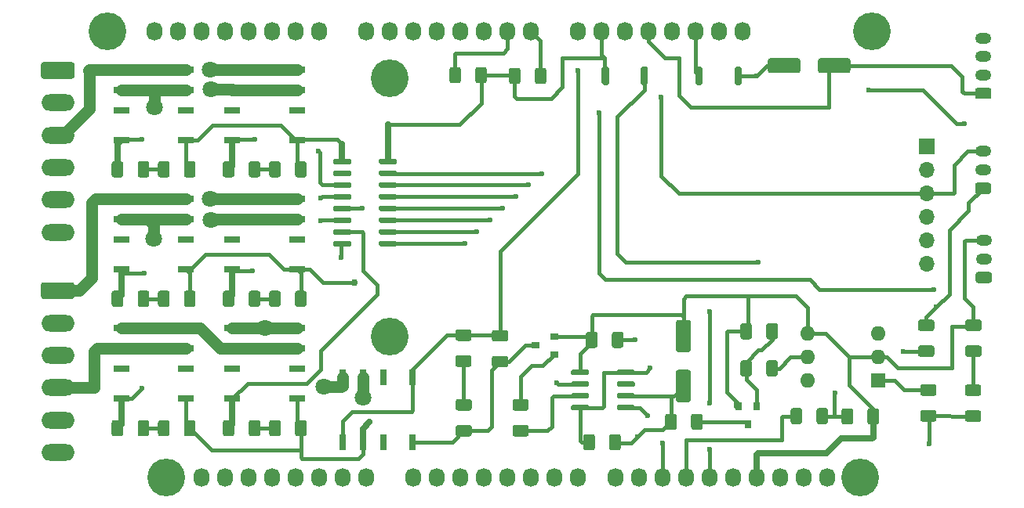
<source format=gbr>
G04 #@! TF.GenerationSoftware,KiCad,Pcbnew,(5.1.9)-1*
G04 #@! TF.CreationDate,2021-03-29T18:58:07+02:00*
G04 #@! TF.ProjectId,Interface_board_1,496e7465-7266-4616-9365-5f626f617264,4.h.0.01*
G04 #@! TF.SameCoordinates,Original*
G04 #@! TF.FileFunction,Copper,L1,Top*
G04 #@! TF.FilePolarity,Positive*
%FSLAX46Y46*%
G04 Gerber Fmt 4.6, Leading zero omitted, Abs format (unit mm)*
G04 Created by KiCad (PCBNEW (5.1.9)-1) date 2021-03-29 18:58:07*
%MOMM*%
%LPD*%
G01*
G04 APERTURE LIST*
G04 #@! TA.AperFunction,ComponentPad*
%ADD10O,3.600000X1.800000*%
G04 #@! TD*
G04 #@! TA.AperFunction,SMDPad,CuDef*
%ADD11R,0.900000X0.800000*%
G04 #@! TD*
G04 #@! TA.AperFunction,SMDPad,CuDef*
%ADD12R,0.800000X0.900000*%
G04 #@! TD*
G04 #@! TA.AperFunction,ComponentPad*
%ADD13O,1.700000X1.700000*%
G04 #@! TD*
G04 #@! TA.AperFunction,ComponentPad*
%ADD14R,1.700000X1.700000*%
G04 #@! TD*
G04 #@! TA.AperFunction,ComponentPad*
%ADD15O,1.600000X1.600000*%
G04 #@! TD*
G04 #@! TA.AperFunction,ComponentPad*
%ADD16R,1.600000X1.600000*%
G04 #@! TD*
G04 #@! TA.AperFunction,SMDPad,CuDef*
%ADD17R,1.800000X0.800000*%
G04 #@! TD*
G04 #@! TA.AperFunction,SMDPad,CuDef*
%ADD18R,0.800000X1.800000*%
G04 #@! TD*
G04 #@! TA.AperFunction,ComponentPad*
%ADD19O,1.750000X1.200000*%
G04 #@! TD*
G04 #@! TA.AperFunction,ComponentPad*
%ADD20O,1.727200X2.032000*%
G04 #@! TD*
G04 #@! TA.AperFunction,ComponentPad*
%ADD21C,4.064000*%
G04 #@! TD*
G04 #@! TA.AperFunction,ViaPad*
%ADD22C,0.600000*%
G04 #@! TD*
G04 #@! TA.AperFunction,ViaPad*
%ADD23C,1.800000*%
G04 #@! TD*
G04 #@! TA.AperFunction,ViaPad*
%ADD24C,0.762000*%
G04 #@! TD*
G04 #@! TA.AperFunction,Conductor*
%ADD25C,0.635000*%
G04 #@! TD*
G04 #@! TA.AperFunction,Conductor*
%ADD26C,0.406400*%
G04 #@! TD*
G04 #@! TA.AperFunction,Conductor*
%ADD27C,0.250000*%
G04 #@! TD*
G04 #@! TA.AperFunction,Conductor*
%ADD28C,1.270000*%
G04 #@! TD*
G04 APERTURE END LIST*
G04 #@! TA.AperFunction,SMDPad,CuDef*
G36*
G01*
X145833940Y-117109540D02*
X147083940Y-117109540D01*
G75*
G02*
X147333940Y-117359540I0J-250000D01*
G01*
X147333940Y-118109540D01*
G75*
G02*
X147083940Y-118359540I-250000J0D01*
G01*
X145833940Y-118359540D01*
G75*
G02*
X145583940Y-118109540I0J250000D01*
G01*
X145583940Y-117359540D01*
G75*
G02*
X145833940Y-117109540I250000J0D01*
G01*
G37*
G04 #@! TD.AperFunction*
G04 #@! TA.AperFunction,SMDPad,CuDef*
G36*
G01*
X145833940Y-114309540D02*
X147083940Y-114309540D01*
G75*
G02*
X147333940Y-114559540I0J-250000D01*
G01*
X147333940Y-115309540D01*
G75*
G02*
X147083940Y-115559540I-250000J0D01*
G01*
X145833940Y-115559540D01*
G75*
G02*
X145583940Y-115309540I0J250000D01*
G01*
X145583940Y-114559540D01*
G75*
G02*
X145833940Y-114309540I250000J0D01*
G01*
G37*
G04 #@! TD.AperFunction*
G04 #@! TA.AperFunction,SMDPad,CuDef*
G36*
G01*
X147109340Y-123100800D02*
X145859340Y-123100800D01*
G75*
G02*
X145609340Y-122850800I0J250000D01*
G01*
X145609340Y-122100800D01*
G75*
G02*
X145859340Y-121850800I250000J0D01*
G01*
X147109340Y-121850800D01*
G75*
G02*
X147359340Y-122100800I0J-250000D01*
G01*
X147359340Y-122850800D01*
G75*
G02*
X147109340Y-123100800I-250000J0D01*
G01*
G37*
G04 #@! TD.AperFunction*
G04 #@! TA.AperFunction,SMDPad,CuDef*
G36*
G01*
X147109340Y-125900800D02*
X145859340Y-125900800D01*
G75*
G02*
X145609340Y-125650800I0J250000D01*
G01*
X145609340Y-124900800D01*
G75*
G02*
X145859340Y-124650800I250000J0D01*
G01*
X147109340Y-124650800D01*
G75*
G02*
X147359340Y-124900800I0J-250000D01*
G01*
X147359340Y-125650800D01*
G75*
G02*
X147109340Y-125900800I-250000J0D01*
G01*
G37*
G04 #@! TD.AperFunction*
D10*
X102649020Y-127619160D03*
X102649020Y-124119160D03*
X102649020Y-120619160D03*
X102649020Y-117119160D03*
X102649020Y-113619160D03*
G04 #@! TA.AperFunction,ComponentPad*
G36*
G01*
X101099020Y-109219160D02*
X104199020Y-109219160D01*
G75*
G02*
X104449020Y-109469160I0J-250000D01*
G01*
X104449020Y-110769160D01*
G75*
G02*
X104199020Y-111019160I-250000J0D01*
G01*
X101099020Y-111019160D01*
G75*
G02*
X100849020Y-110769160I0J250000D01*
G01*
X100849020Y-109469160D01*
G75*
G02*
X101099020Y-109219160I250000J0D01*
G01*
G37*
G04 #@! TD.AperFunction*
X102656640Y-103801580D03*
X102656640Y-100301580D03*
X102656640Y-96801580D03*
X102656640Y-93301580D03*
X102656640Y-89801580D03*
G04 #@! TA.AperFunction,ComponentPad*
G36*
G01*
X101106640Y-85401580D02*
X104206640Y-85401580D01*
G75*
G02*
X104456640Y-85651580I0J-250000D01*
G01*
X104456640Y-86951580D01*
G75*
G02*
X104206640Y-87201580I-250000J0D01*
G01*
X101106640Y-87201580D01*
G75*
G02*
X100856640Y-86951580I0J250000D01*
G01*
X100856640Y-85651580D01*
G75*
G02*
X101106640Y-85401580I250000J0D01*
G01*
G37*
G04 #@! TD.AperFunction*
D11*
X154275280Y-116047520D03*
X156275280Y-115097520D03*
X156275280Y-116997520D03*
D12*
X177154840Y-124583700D03*
X176204840Y-122583700D03*
X178104840Y-122583700D03*
D13*
X196471540Y-107251500D03*
X196471540Y-104711500D03*
X196471540Y-102171500D03*
X196471540Y-99631500D03*
X196471540Y-97091500D03*
D14*
X196471540Y-94551500D03*
G04 #@! TA.AperFunction,SMDPad,CuDef*
G36*
G01*
X134341740Y-104889160D02*
X134341740Y-105189160D01*
G75*
G02*
X134191740Y-105339160I-150000J0D01*
G01*
X132541740Y-105339160D01*
G75*
G02*
X132391740Y-105189160I0J150000D01*
G01*
X132391740Y-104889160D01*
G75*
G02*
X132541740Y-104739160I150000J0D01*
G01*
X134191740Y-104739160D01*
G75*
G02*
X134341740Y-104889160I0J-150000D01*
G01*
G37*
G04 #@! TD.AperFunction*
G04 #@! TA.AperFunction,SMDPad,CuDef*
G36*
G01*
X134341740Y-103619160D02*
X134341740Y-103919160D01*
G75*
G02*
X134191740Y-104069160I-150000J0D01*
G01*
X132541740Y-104069160D01*
G75*
G02*
X132391740Y-103919160I0J150000D01*
G01*
X132391740Y-103619160D01*
G75*
G02*
X132541740Y-103469160I150000J0D01*
G01*
X134191740Y-103469160D01*
G75*
G02*
X134341740Y-103619160I0J-150000D01*
G01*
G37*
G04 #@! TD.AperFunction*
G04 #@! TA.AperFunction,SMDPad,CuDef*
G36*
G01*
X134341740Y-102349160D02*
X134341740Y-102649160D01*
G75*
G02*
X134191740Y-102799160I-150000J0D01*
G01*
X132541740Y-102799160D01*
G75*
G02*
X132391740Y-102649160I0J150000D01*
G01*
X132391740Y-102349160D01*
G75*
G02*
X132541740Y-102199160I150000J0D01*
G01*
X134191740Y-102199160D01*
G75*
G02*
X134341740Y-102349160I0J-150000D01*
G01*
G37*
G04 #@! TD.AperFunction*
G04 #@! TA.AperFunction,SMDPad,CuDef*
G36*
G01*
X134341740Y-101079160D02*
X134341740Y-101379160D01*
G75*
G02*
X134191740Y-101529160I-150000J0D01*
G01*
X132541740Y-101529160D01*
G75*
G02*
X132391740Y-101379160I0J150000D01*
G01*
X132391740Y-101079160D01*
G75*
G02*
X132541740Y-100929160I150000J0D01*
G01*
X134191740Y-100929160D01*
G75*
G02*
X134341740Y-101079160I0J-150000D01*
G01*
G37*
G04 #@! TD.AperFunction*
G04 #@! TA.AperFunction,SMDPad,CuDef*
G36*
G01*
X134341740Y-99809160D02*
X134341740Y-100109160D01*
G75*
G02*
X134191740Y-100259160I-150000J0D01*
G01*
X132541740Y-100259160D01*
G75*
G02*
X132391740Y-100109160I0J150000D01*
G01*
X132391740Y-99809160D01*
G75*
G02*
X132541740Y-99659160I150000J0D01*
G01*
X134191740Y-99659160D01*
G75*
G02*
X134341740Y-99809160I0J-150000D01*
G01*
G37*
G04 #@! TD.AperFunction*
G04 #@! TA.AperFunction,SMDPad,CuDef*
G36*
G01*
X134341740Y-98539160D02*
X134341740Y-98839160D01*
G75*
G02*
X134191740Y-98989160I-150000J0D01*
G01*
X132541740Y-98989160D01*
G75*
G02*
X132391740Y-98839160I0J150000D01*
G01*
X132391740Y-98539160D01*
G75*
G02*
X132541740Y-98389160I150000J0D01*
G01*
X134191740Y-98389160D01*
G75*
G02*
X134341740Y-98539160I0J-150000D01*
G01*
G37*
G04 #@! TD.AperFunction*
G04 #@! TA.AperFunction,SMDPad,CuDef*
G36*
G01*
X134341740Y-97269160D02*
X134341740Y-97569160D01*
G75*
G02*
X134191740Y-97719160I-150000J0D01*
G01*
X132541740Y-97719160D01*
G75*
G02*
X132391740Y-97569160I0J150000D01*
G01*
X132391740Y-97269160D01*
G75*
G02*
X132541740Y-97119160I150000J0D01*
G01*
X134191740Y-97119160D01*
G75*
G02*
X134341740Y-97269160I0J-150000D01*
G01*
G37*
G04 #@! TD.AperFunction*
G04 #@! TA.AperFunction,SMDPad,CuDef*
G36*
G01*
X134341740Y-95999160D02*
X134341740Y-96299160D01*
G75*
G02*
X134191740Y-96449160I-150000J0D01*
G01*
X132541740Y-96449160D01*
G75*
G02*
X132391740Y-96299160I0J150000D01*
G01*
X132391740Y-95999160D01*
G75*
G02*
X132541740Y-95849160I150000J0D01*
G01*
X134191740Y-95849160D01*
G75*
G02*
X134341740Y-95999160I0J-150000D01*
G01*
G37*
G04 #@! TD.AperFunction*
G04 #@! TA.AperFunction,SMDPad,CuDef*
G36*
G01*
X139291740Y-95999160D02*
X139291740Y-96299160D01*
G75*
G02*
X139141740Y-96449160I-150000J0D01*
G01*
X137491740Y-96449160D01*
G75*
G02*
X137341740Y-96299160I0J150000D01*
G01*
X137341740Y-95999160D01*
G75*
G02*
X137491740Y-95849160I150000J0D01*
G01*
X139141740Y-95849160D01*
G75*
G02*
X139291740Y-95999160I0J-150000D01*
G01*
G37*
G04 #@! TD.AperFunction*
G04 #@! TA.AperFunction,SMDPad,CuDef*
G36*
G01*
X139291740Y-97269160D02*
X139291740Y-97569160D01*
G75*
G02*
X139141740Y-97719160I-150000J0D01*
G01*
X137491740Y-97719160D01*
G75*
G02*
X137341740Y-97569160I0J150000D01*
G01*
X137341740Y-97269160D01*
G75*
G02*
X137491740Y-97119160I150000J0D01*
G01*
X139141740Y-97119160D01*
G75*
G02*
X139291740Y-97269160I0J-150000D01*
G01*
G37*
G04 #@! TD.AperFunction*
G04 #@! TA.AperFunction,SMDPad,CuDef*
G36*
G01*
X139291740Y-98539160D02*
X139291740Y-98839160D01*
G75*
G02*
X139141740Y-98989160I-150000J0D01*
G01*
X137491740Y-98989160D01*
G75*
G02*
X137341740Y-98839160I0J150000D01*
G01*
X137341740Y-98539160D01*
G75*
G02*
X137491740Y-98389160I150000J0D01*
G01*
X139141740Y-98389160D01*
G75*
G02*
X139291740Y-98539160I0J-150000D01*
G01*
G37*
G04 #@! TD.AperFunction*
G04 #@! TA.AperFunction,SMDPad,CuDef*
G36*
G01*
X139291740Y-99809160D02*
X139291740Y-100109160D01*
G75*
G02*
X139141740Y-100259160I-150000J0D01*
G01*
X137491740Y-100259160D01*
G75*
G02*
X137341740Y-100109160I0J150000D01*
G01*
X137341740Y-99809160D01*
G75*
G02*
X137491740Y-99659160I150000J0D01*
G01*
X139141740Y-99659160D01*
G75*
G02*
X139291740Y-99809160I0J-150000D01*
G01*
G37*
G04 #@! TD.AperFunction*
G04 #@! TA.AperFunction,SMDPad,CuDef*
G36*
G01*
X139291740Y-101079160D02*
X139291740Y-101379160D01*
G75*
G02*
X139141740Y-101529160I-150000J0D01*
G01*
X137491740Y-101529160D01*
G75*
G02*
X137341740Y-101379160I0J150000D01*
G01*
X137341740Y-101079160D01*
G75*
G02*
X137491740Y-100929160I150000J0D01*
G01*
X139141740Y-100929160D01*
G75*
G02*
X139291740Y-101079160I0J-150000D01*
G01*
G37*
G04 #@! TD.AperFunction*
G04 #@! TA.AperFunction,SMDPad,CuDef*
G36*
G01*
X139291740Y-102349160D02*
X139291740Y-102649160D01*
G75*
G02*
X139141740Y-102799160I-150000J0D01*
G01*
X137491740Y-102799160D01*
G75*
G02*
X137341740Y-102649160I0J150000D01*
G01*
X137341740Y-102349160D01*
G75*
G02*
X137491740Y-102199160I150000J0D01*
G01*
X139141740Y-102199160D01*
G75*
G02*
X139291740Y-102349160I0J-150000D01*
G01*
G37*
G04 #@! TD.AperFunction*
G04 #@! TA.AperFunction,SMDPad,CuDef*
G36*
G01*
X139291740Y-103619160D02*
X139291740Y-103919160D01*
G75*
G02*
X139141740Y-104069160I-150000J0D01*
G01*
X137491740Y-104069160D01*
G75*
G02*
X137341740Y-103919160I0J150000D01*
G01*
X137341740Y-103619160D01*
G75*
G02*
X137491740Y-103469160I150000J0D01*
G01*
X139141740Y-103469160D01*
G75*
G02*
X139291740Y-103619160I0J-150000D01*
G01*
G37*
G04 #@! TD.AperFunction*
G04 #@! TA.AperFunction,SMDPad,CuDef*
G36*
G01*
X139291740Y-104889160D02*
X139291740Y-105189160D01*
G75*
G02*
X139141740Y-105339160I-150000J0D01*
G01*
X137491740Y-105339160D01*
G75*
G02*
X137341740Y-105189160I0J150000D01*
G01*
X137341740Y-104889160D01*
G75*
G02*
X137491740Y-104739160I150000J0D01*
G01*
X139141740Y-104739160D01*
G75*
G02*
X139291740Y-104889160I0J-150000D01*
G01*
G37*
G04 #@! TD.AperFunction*
G04 #@! TA.AperFunction,SMDPad,CuDef*
G36*
G01*
X163036380Y-119110900D02*
X163036380Y-118810900D01*
G75*
G02*
X163186380Y-118660900I150000J0D01*
G01*
X164836380Y-118660900D01*
G75*
G02*
X164986380Y-118810900I0J-150000D01*
G01*
X164986380Y-119110900D01*
G75*
G02*
X164836380Y-119260900I-150000J0D01*
G01*
X163186380Y-119260900D01*
G75*
G02*
X163036380Y-119110900I0J150000D01*
G01*
G37*
G04 #@! TD.AperFunction*
G04 #@! TA.AperFunction,SMDPad,CuDef*
G36*
G01*
X163036380Y-120380900D02*
X163036380Y-120080900D01*
G75*
G02*
X163186380Y-119930900I150000J0D01*
G01*
X164836380Y-119930900D01*
G75*
G02*
X164986380Y-120080900I0J-150000D01*
G01*
X164986380Y-120380900D01*
G75*
G02*
X164836380Y-120530900I-150000J0D01*
G01*
X163186380Y-120530900D01*
G75*
G02*
X163036380Y-120380900I0J150000D01*
G01*
G37*
G04 #@! TD.AperFunction*
G04 #@! TA.AperFunction,SMDPad,CuDef*
G36*
G01*
X163036380Y-121650900D02*
X163036380Y-121350900D01*
G75*
G02*
X163186380Y-121200900I150000J0D01*
G01*
X164836380Y-121200900D01*
G75*
G02*
X164986380Y-121350900I0J-150000D01*
G01*
X164986380Y-121650900D01*
G75*
G02*
X164836380Y-121800900I-150000J0D01*
G01*
X163186380Y-121800900D01*
G75*
G02*
X163036380Y-121650900I0J150000D01*
G01*
G37*
G04 #@! TD.AperFunction*
G04 #@! TA.AperFunction,SMDPad,CuDef*
G36*
G01*
X163036380Y-122920900D02*
X163036380Y-122620900D01*
G75*
G02*
X163186380Y-122470900I150000J0D01*
G01*
X164836380Y-122470900D01*
G75*
G02*
X164986380Y-122620900I0J-150000D01*
G01*
X164986380Y-122920900D01*
G75*
G02*
X164836380Y-123070900I-150000J0D01*
G01*
X163186380Y-123070900D01*
G75*
G02*
X163036380Y-122920900I0J150000D01*
G01*
G37*
G04 #@! TD.AperFunction*
G04 #@! TA.AperFunction,SMDPad,CuDef*
G36*
G01*
X158086380Y-122920900D02*
X158086380Y-122620900D01*
G75*
G02*
X158236380Y-122470900I150000J0D01*
G01*
X159886380Y-122470900D01*
G75*
G02*
X160036380Y-122620900I0J-150000D01*
G01*
X160036380Y-122920900D01*
G75*
G02*
X159886380Y-123070900I-150000J0D01*
G01*
X158236380Y-123070900D01*
G75*
G02*
X158086380Y-122920900I0J150000D01*
G01*
G37*
G04 #@! TD.AperFunction*
G04 #@! TA.AperFunction,SMDPad,CuDef*
G36*
G01*
X158086380Y-121650900D02*
X158086380Y-121350900D01*
G75*
G02*
X158236380Y-121200900I150000J0D01*
G01*
X159886380Y-121200900D01*
G75*
G02*
X160036380Y-121350900I0J-150000D01*
G01*
X160036380Y-121650900D01*
G75*
G02*
X159886380Y-121800900I-150000J0D01*
G01*
X158236380Y-121800900D01*
G75*
G02*
X158086380Y-121650900I0J150000D01*
G01*
G37*
G04 #@! TD.AperFunction*
G04 #@! TA.AperFunction,SMDPad,CuDef*
G36*
G01*
X158086380Y-120380900D02*
X158086380Y-120080900D01*
G75*
G02*
X158236380Y-119930900I150000J0D01*
G01*
X159886380Y-119930900D01*
G75*
G02*
X160036380Y-120080900I0J-150000D01*
G01*
X160036380Y-120380900D01*
G75*
G02*
X159886380Y-120530900I-150000J0D01*
G01*
X158236380Y-120530900D01*
G75*
G02*
X158086380Y-120380900I0J150000D01*
G01*
G37*
G04 #@! TD.AperFunction*
G04 #@! TA.AperFunction,SMDPad,CuDef*
G36*
G01*
X158086380Y-119110900D02*
X158086380Y-118810900D01*
G75*
G02*
X158236380Y-118660900I150000J0D01*
G01*
X159886380Y-118660900D01*
G75*
G02*
X160036380Y-118810900I0J-150000D01*
G01*
X160036380Y-119110900D01*
G75*
G02*
X159886380Y-119260900I-150000J0D01*
G01*
X158236380Y-119260900D01*
G75*
G02*
X158086380Y-119110900I0J150000D01*
G01*
G37*
G04 #@! TD.AperFunction*
D15*
X183583580Y-119837200D03*
X191203580Y-114757200D03*
X183583580Y-117297200D03*
X191203580Y-117297200D03*
X183583580Y-114757200D03*
D16*
X191203580Y-119837200D03*
G04 #@! TA.AperFunction,SMDPad,CuDef*
G36*
G01*
X166380000Y-86080000D02*
X166380000Y-87680000D01*
G75*
G02*
X166180000Y-87880000I-200000J0D01*
G01*
X165780000Y-87880000D01*
G75*
G02*
X165580000Y-87680000I0J200000D01*
G01*
X165580000Y-86080000D01*
G75*
G02*
X165780000Y-85880000I200000J0D01*
G01*
X166180000Y-85880000D01*
G75*
G02*
X166380000Y-86080000I0J-200000D01*
G01*
G37*
G04 #@! TD.AperFunction*
G04 #@! TA.AperFunction,SMDPad,CuDef*
G36*
G01*
X162180000Y-86080000D02*
X162180000Y-87680000D01*
G75*
G02*
X161980000Y-87880000I-200000J0D01*
G01*
X161580000Y-87880000D01*
G75*
G02*
X161380000Y-87680000I0J200000D01*
G01*
X161380000Y-86080000D01*
G75*
G02*
X161580000Y-85880000I200000J0D01*
G01*
X161980000Y-85880000D01*
G75*
G02*
X162180000Y-86080000I0J-200000D01*
G01*
G37*
G04 #@! TD.AperFunction*
G04 #@! TA.AperFunction,SMDPad,CuDef*
G36*
G01*
X202115000Y-121515000D02*
X200865000Y-121515000D01*
G75*
G02*
X200615000Y-121265000I0J250000D01*
G01*
X200615000Y-120515000D01*
G75*
G02*
X200865000Y-120265000I250000J0D01*
G01*
X202115000Y-120265000D01*
G75*
G02*
X202365000Y-120515000I0J-250000D01*
G01*
X202365000Y-121265000D01*
G75*
G02*
X202115000Y-121515000I-250000J0D01*
G01*
G37*
G04 #@! TD.AperFunction*
G04 #@! TA.AperFunction,SMDPad,CuDef*
G36*
G01*
X202115000Y-124315000D02*
X200865000Y-124315000D01*
G75*
G02*
X200615000Y-124065000I0J250000D01*
G01*
X200615000Y-123315000D01*
G75*
G02*
X200865000Y-123065000I250000J0D01*
G01*
X202115000Y-123065000D01*
G75*
G02*
X202365000Y-123315000I0J-250000D01*
G01*
X202365000Y-124065000D01*
G75*
G02*
X202115000Y-124315000I-250000J0D01*
G01*
G37*
G04 #@! TD.AperFunction*
G04 #@! TA.AperFunction,SMDPad,CuDef*
G36*
G01*
X153251060Y-123100800D02*
X152001060Y-123100800D01*
G75*
G02*
X151751060Y-122850800I0J250000D01*
G01*
X151751060Y-122100800D01*
G75*
G02*
X152001060Y-121850800I250000J0D01*
G01*
X153251060Y-121850800D01*
G75*
G02*
X153501060Y-122100800I0J-250000D01*
G01*
X153501060Y-122850800D01*
G75*
G02*
X153251060Y-123100800I-250000J0D01*
G01*
G37*
G04 #@! TD.AperFunction*
G04 #@! TA.AperFunction,SMDPad,CuDef*
G36*
G01*
X153251060Y-125900800D02*
X152001060Y-125900800D01*
G75*
G02*
X151751060Y-125650800I0J250000D01*
G01*
X151751060Y-124900800D01*
G75*
G02*
X152001060Y-124650800I250000J0D01*
G01*
X153251060Y-124650800D01*
G75*
G02*
X153501060Y-124900800I0J-250000D01*
G01*
X153501060Y-125650800D01*
G75*
G02*
X153251060Y-125900800I-250000J0D01*
G01*
G37*
G04 #@! TD.AperFunction*
G04 #@! TA.AperFunction,SMDPad,CuDef*
G36*
G01*
X196039360Y-123048060D02*
X197289360Y-123048060D01*
G75*
G02*
X197539360Y-123298060I0J-250000D01*
G01*
X197539360Y-124048060D01*
G75*
G02*
X197289360Y-124298060I-250000J0D01*
G01*
X196039360Y-124298060D01*
G75*
G02*
X195789360Y-124048060I0J250000D01*
G01*
X195789360Y-123298060D01*
G75*
G02*
X196039360Y-123048060I250000J0D01*
G01*
G37*
G04 #@! TD.AperFunction*
G04 #@! TA.AperFunction,SMDPad,CuDef*
G36*
G01*
X196039360Y-120248060D02*
X197289360Y-120248060D01*
G75*
G02*
X197539360Y-120498060I0J-250000D01*
G01*
X197539360Y-121248060D01*
G75*
G02*
X197289360Y-121498060I-250000J0D01*
G01*
X196039360Y-121498060D01*
G75*
G02*
X195789360Y-121248060I0J250000D01*
G01*
X195789360Y-120498060D01*
G75*
G02*
X196039360Y-120248060I250000J0D01*
G01*
G37*
G04 #@! TD.AperFunction*
G04 #@! TA.AperFunction,SMDPad,CuDef*
G36*
G01*
X171046440Y-124937680D02*
X171046440Y-123687680D01*
G75*
G02*
X171296440Y-123437680I250000J0D01*
G01*
X172046440Y-123437680D01*
G75*
G02*
X172296440Y-123687680I0J-250000D01*
G01*
X172296440Y-124937680D01*
G75*
G02*
X172046440Y-125187680I-250000J0D01*
G01*
X171296440Y-125187680D01*
G75*
G02*
X171046440Y-124937680I0J250000D01*
G01*
G37*
G04 #@! TD.AperFunction*
G04 #@! TA.AperFunction,SMDPad,CuDef*
G36*
G01*
X168246440Y-124937680D02*
X168246440Y-123687680D01*
G75*
G02*
X168496440Y-123437680I250000J0D01*
G01*
X169246440Y-123437680D01*
G75*
G02*
X169496440Y-123687680I0J-250000D01*
G01*
X169496440Y-124937680D01*
G75*
G02*
X169246440Y-125187680I-250000J0D01*
G01*
X168496440Y-125187680D01*
G75*
G02*
X168246440Y-124937680I0J250000D01*
G01*
G37*
G04 #@! TD.AperFunction*
G04 #@! TA.AperFunction,SMDPad,CuDef*
G36*
G01*
X162192000Y-127150020D02*
X162192000Y-125900020D01*
G75*
G02*
X162442000Y-125650020I250000J0D01*
G01*
X163192000Y-125650020D01*
G75*
G02*
X163442000Y-125900020I0J-250000D01*
G01*
X163442000Y-127150020D01*
G75*
G02*
X163192000Y-127400020I-250000J0D01*
G01*
X162442000Y-127400020D01*
G75*
G02*
X162192000Y-127150020I0J250000D01*
G01*
G37*
G04 #@! TD.AperFunction*
G04 #@! TA.AperFunction,SMDPad,CuDef*
G36*
G01*
X159392000Y-127150020D02*
X159392000Y-125900020D01*
G75*
G02*
X159642000Y-125650020I250000J0D01*
G01*
X160392000Y-125650020D01*
G75*
G02*
X160642000Y-125900020I0J-250000D01*
G01*
X160642000Y-127150020D01*
G75*
G02*
X160392000Y-127400020I-250000J0D01*
G01*
X159642000Y-127400020D01*
G75*
G02*
X159392000Y-127150020I0J250000D01*
G01*
G37*
G04 #@! TD.AperFunction*
G04 #@! TA.AperFunction,SMDPad,CuDef*
G36*
G01*
X195795520Y-116042740D02*
X197045520Y-116042740D01*
G75*
G02*
X197295520Y-116292740I0J-250000D01*
G01*
X197295520Y-117042740D01*
G75*
G02*
X197045520Y-117292740I-250000J0D01*
G01*
X195795520Y-117292740D01*
G75*
G02*
X195545520Y-117042740I0J250000D01*
G01*
X195545520Y-116292740D01*
G75*
G02*
X195795520Y-116042740I250000J0D01*
G01*
G37*
G04 #@! TD.AperFunction*
G04 #@! TA.AperFunction,SMDPad,CuDef*
G36*
G01*
X195795520Y-113242740D02*
X197045520Y-113242740D01*
G75*
G02*
X197295520Y-113492740I0J-250000D01*
G01*
X197295520Y-114242740D01*
G75*
G02*
X197045520Y-114492740I-250000J0D01*
G01*
X195795520Y-114492740D01*
G75*
G02*
X195545520Y-114242740I0J250000D01*
G01*
X195545520Y-113492740D01*
G75*
G02*
X195795520Y-113242740I250000J0D01*
G01*
G37*
G04 #@! TD.AperFunction*
G04 #@! TA.AperFunction,SMDPad,CuDef*
G36*
G01*
X190088280Y-124352820D02*
X190088280Y-123102820D01*
G75*
G02*
X190338280Y-122852820I250000J0D01*
G01*
X191088280Y-122852820D01*
G75*
G02*
X191338280Y-123102820I0J-250000D01*
G01*
X191338280Y-124352820D01*
G75*
G02*
X191088280Y-124602820I-250000J0D01*
G01*
X190338280Y-124602820D01*
G75*
G02*
X190088280Y-124352820I0J250000D01*
G01*
G37*
G04 #@! TD.AperFunction*
G04 #@! TA.AperFunction,SMDPad,CuDef*
G36*
G01*
X187288280Y-124352820D02*
X187288280Y-123102820D01*
G75*
G02*
X187538280Y-122852820I250000J0D01*
G01*
X188288280Y-122852820D01*
G75*
G02*
X188538280Y-123102820I0J-250000D01*
G01*
X188538280Y-124352820D01*
G75*
G02*
X188288280Y-124602820I-250000J0D01*
G01*
X187538280Y-124602820D01*
G75*
G02*
X187288280Y-124352820I0J250000D01*
G01*
G37*
G04 #@! TD.AperFunction*
G04 #@! TA.AperFunction,SMDPad,CuDef*
G36*
G01*
X183031560Y-123062180D02*
X183031560Y-124312180D01*
G75*
G02*
X182781560Y-124562180I-250000J0D01*
G01*
X182031560Y-124562180D01*
G75*
G02*
X181781560Y-124312180I0J250000D01*
G01*
X181781560Y-123062180D01*
G75*
G02*
X182031560Y-122812180I250000J0D01*
G01*
X182781560Y-122812180D01*
G75*
G02*
X183031560Y-123062180I0J-250000D01*
G01*
G37*
G04 #@! TD.AperFunction*
G04 #@! TA.AperFunction,SMDPad,CuDef*
G36*
G01*
X185831560Y-123062180D02*
X185831560Y-124312180D01*
G75*
G02*
X185581560Y-124562180I-250000J0D01*
G01*
X184831560Y-124562180D01*
G75*
G02*
X184581560Y-124312180I0J250000D01*
G01*
X184581560Y-123062180D01*
G75*
G02*
X184831560Y-122812180I250000J0D01*
G01*
X185581560Y-122812180D01*
G75*
G02*
X185831560Y-123062180I0J-250000D01*
G01*
G37*
G04 #@! TD.AperFunction*
G04 #@! TA.AperFunction,SMDPad,CuDef*
G36*
G01*
X126725000Y-96375000D02*
X126725000Y-97625000D01*
G75*
G02*
X126475000Y-97875000I-250000J0D01*
G01*
X125725000Y-97875000D01*
G75*
G02*
X125475000Y-97625000I0J250000D01*
G01*
X125475000Y-96375000D01*
G75*
G02*
X125725000Y-96125000I250000J0D01*
G01*
X126475000Y-96125000D01*
G75*
G02*
X126725000Y-96375000I0J-250000D01*
G01*
G37*
G04 #@! TD.AperFunction*
G04 #@! TA.AperFunction,SMDPad,CuDef*
G36*
G01*
X129525000Y-96375000D02*
X129525000Y-97625000D01*
G75*
G02*
X129275000Y-97875000I-250000J0D01*
G01*
X128525000Y-97875000D01*
G75*
G02*
X128275000Y-97625000I0J250000D01*
G01*
X128275000Y-96375000D01*
G75*
G02*
X128525000Y-96125000I250000J0D01*
G01*
X129275000Y-96125000D01*
G75*
G02*
X129525000Y-96375000I0J-250000D01*
G01*
G37*
G04 #@! TD.AperFunction*
G04 #@! TA.AperFunction,SMDPad,CuDef*
G36*
G01*
X114725000Y-96375000D02*
X114725000Y-97625000D01*
G75*
G02*
X114475000Y-97875000I-250000J0D01*
G01*
X113725000Y-97875000D01*
G75*
G02*
X113475000Y-97625000I0J250000D01*
G01*
X113475000Y-96375000D01*
G75*
G02*
X113725000Y-96125000I250000J0D01*
G01*
X114475000Y-96125000D01*
G75*
G02*
X114725000Y-96375000I0J-250000D01*
G01*
G37*
G04 #@! TD.AperFunction*
G04 #@! TA.AperFunction,SMDPad,CuDef*
G36*
G01*
X117525000Y-96375000D02*
X117525000Y-97625000D01*
G75*
G02*
X117275000Y-97875000I-250000J0D01*
G01*
X116525000Y-97875000D01*
G75*
G02*
X116275000Y-97625000I0J250000D01*
G01*
X116275000Y-96375000D01*
G75*
G02*
X116525000Y-96125000I250000J0D01*
G01*
X117275000Y-96125000D01*
G75*
G02*
X117525000Y-96375000I0J-250000D01*
G01*
G37*
G04 #@! TD.AperFunction*
G04 #@! TA.AperFunction,SMDPad,CuDef*
G36*
G01*
X126725000Y-110375000D02*
X126725000Y-111625000D01*
G75*
G02*
X126475000Y-111875000I-250000J0D01*
G01*
X125725000Y-111875000D01*
G75*
G02*
X125475000Y-111625000I0J250000D01*
G01*
X125475000Y-110375000D01*
G75*
G02*
X125725000Y-110125000I250000J0D01*
G01*
X126475000Y-110125000D01*
G75*
G02*
X126725000Y-110375000I0J-250000D01*
G01*
G37*
G04 #@! TD.AperFunction*
G04 #@! TA.AperFunction,SMDPad,CuDef*
G36*
G01*
X129525000Y-110375000D02*
X129525000Y-111625000D01*
G75*
G02*
X129275000Y-111875000I-250000J0D01*
G01*
X128525000Y-111875000D01*
G75*
G02*
X128275000Y-111625000I0J250000D01*
G01*
X128275000Y-110375000D01*
G75*
G02*
X128525000Y-110125000I250000J0D01*
G01*
X129275000Y-110125000D01*
G75*
G02*
X129525000Y-110375000I0J-250000D01*
G01*
G37*
G04 #@! TD.AperFunction*
G04 #@! TA.AperFunction,SMDPad,CuDef*
G36*
G01*
X114725000Y-110375000D02*
X114725000Y-111625000D01*
G75*
G02*
X114475000Y-111875000I-250000J0D01*
G01*
X113725000Y-111875000D01*
G75*
G02*
X113475000Y-111625000I0J250000D01*
G01*
X113475000Y-110375000D01*
G75*
G02*
X113725000Y-110125000I250000J0D01*
G01*
X114475000Y-110125000D01*
G75*
G02*
X114725000Y-110375000I0J-250000D01*
G01*
G37*
G04 #@! TD.AperFunction*
G04 #@! TA.AperFunction,SMDPad,CuDef*
G36*
G01*
X117525000Y-110375000D02*
X117525000Y-111625000D01*
G75*
G02*
X117275000Y-111875000I-250000J0D01*
G01*
X116525000Y-111875000D01*
G75*
G02*
X116275000Y-111625000I0J250000D01*
G01*
X116275000Y-110375000D01*
G75*
G02*
X116525000Y-110125000I250000J0D01*
G01*
X117275000Y-110125000D01*
G75*
G02*
X117525000Y-110375000I0J-250000D01*
G01*
G37*
G04 #@! TD.AperFunction*
G04 #@! TA.AperFunction,SMDPad,CuDef*
G36*
G01*
X126725000Y-124375000D02*
X126725000Y-125625000D01*
G75*
G02*
X126475000Y-125875000I-250000J0D01*
G01*
X125725000Y-125875000D01*
G75*
G02*
X125475000Y-125625000I0J250000D01*
G01*
X125475000Y-124375000D01*
G75*
G02*
X125725000Y-124125000I250000J0D01*
G01*
X126475000Y-124125000D01*
G75*
G02*
X126725000Y-124375000I0J-250000D01*
G01*
G37*
G04 #@! TD.AperFunction*
G04 #@! TA.AperFunction,SMDPad,CuDef*
G36*
G01*
X129525000Y-124375000D02*
X129525000Y-125625000D01*
G75*
G02*
X129275000Y-125875000I-250000J0D01*
G01*
X128525000Y-125875000D01*
G75*
G02*
X128275000Y-125625000I0J250000D01*
G01*
X128275000Y-124375000D01*
G75*
G02*
X128525000Y-124125000I250000J0D01*
G01*
X129275000Y-124125000D01*
G75*
G02*
X129525000Y-124375000I0J-250000D01*
G01*
G37*
G04 #@! TD.AperFunction*
G04 #@! TA.AperFunction,SMDPad,CuDef*
G36*
G01*
X114725000Y-124375000D02*
X114725000Y-125625000D01*
G75*
G02*
X114475000Y-125875000I-250000J0D01*
G01*
X113725000Y-125875000D01*
G75*
G02*
X113475000Y-125625000I0J250000D01*
G01*
X113475000Y-124375000D01*
G75*
G02*
X113725000Y-124125000I250000J0D01*
G01*
X114475000Y-124125000D01*
G75*
G02*
X114725000Y-124375000I0J-250000D01*
G01*
G37*
G04 #@! TD.AperFunction*
G04 #@! TA.AperFunction,SMDPad,CuDef*
G36*
G01*
X117525000Y-124375000D02*
X117525000Y-125625000D01*
G75*
G02*
X117275000Y-125875000I-250000J0D01*
G01*
X116525000Y-125875000D01*
G75*
G02*
X116275000Y-125625000I0J250000D01*
G01*
X116275000Y-124375000D01*
G75*
G02*
X116525000Y-124125000I250000J0D01*
G01*
X117275000Y-124125000D01*
G75*
G02*
X117525000Y-124375000I0J-250000D01*
G01*
G37*
G04 #@! TD.AperFunction*
D17*
X128500000Y-93800000D03*
X128500000Y-90600000D03*
X128500000Y-88400000D03*
X128500000Y-86200000D03*
X121500000Y-86200000D03*
X121500000Y-88400000D03*
X121500000Y-90600000D03*
X121500000Y-93800000D03*
X116500000Y-93800000D03*
X116500000Y-90600000D03*
X116500000Y-88400000D03*
X116500000Y-86200000D03*
X109500000Y-86200000D03*
X109500000Y-88400000D03*
X109500000Y-90600000D03*
X109500000Y-93800000D03*
X128500000Y-107800000D03*
X128500000Y-104600000D03*
X128500000Y-102400000D03*
X128500000Y-100200000D03*
X121500000Y-100200000D03*
X121500000Y-102400000D03*
X121500000Y-104600000D03*
X121500000Y-107800000D03*
X116500000Y-107800000D03*
X116500000Y-104600000D03*
X116500000Y-102400000D03*
X116500000Y-100200000D03*
X109500000Y-100200000D03*
X109500000Y-102400000D03*
X109500000Y-104600000D03*
X109500000Y-107800000D03*
X128500000Y-121800000D03*
X128500000Y-118600000D03*
X128500000Y-116400000D03*
X128500000Y-114200000D03*
X121500000Y-114200000D03*
X121500000Y-116400000D03*
X121500000Y-118600000D03*
X121500000Y-121800000D03*
X116500000Y-121800000D03*
X116500000Y-118600000D03*
X116500000Y-116400000D03*
X116500000Y-114200000D03*
X109500000Y-114200000D03*
X109500000Y-116400000D03*
X109500000Y-118600000D03*
X109500000Y-121800000D03*
D18*
X140977780Y-119522360D03*
X137777780Y-119522360D03*
X135577780Y-119522360D03*
X133377780Y-119522360D03*
X133377780Y-126522360D03*
X135577780Y-126522360D03*
X137777780Y-126522360D03*
X140977780Y-126522360D03*
D19*
X202646280Y-104691680D03*
X202646280Y-106691680D03*
G04 #@! TA.AperFunction,ComponentPad*
G36*
G01*
X203271281Y-109291680D02*
X202021279Y-109291680D01*
G75*
G02*
X201771280Y-109041681I0J249999D01*
G01*
X201771280Y-108341679D01*
G75*
G02*
X202021279Y-108091680I249999J0D01*
G01*
X203271281Y-108091680D01*
G75*
G02*
X203521280Y-108341679I0J-249999D01*
G01*
X203521280Y-109041681D01*
G75*
G02*
X203271281Y-109291680I-249999J0D01*
G01*
G37*
G04 #@! TD.AperFunction*
X202577700Y-95049840D03*
X202577700Y-97049840D03*
G04 #@! TA.AperFunction,ComponentPad*
G36*
G01*
X203202701Y-99649840D02*
X201952699Y-99649840D01*
G75*
G02*
X201702700Y-99399841I0J249999D01*
G01*
X201702700Y-98699839D01*
G75*
G02*
X201952699Y-98449840I249999J0D01*
G01*
X203202701Y-98449840D01*
G75*
G02*
X203452700Y-98699839I0J-249999D01*
G01*
X203452700Y-99399841D01*
G75*
G02*
X203202701Y-99649840I-249999J0D01*
G01*
G37*
G04 #@! TD.AperFunction*
X202587860Y-82793320D03*
X202587860Y-84793320D03*
X202587860Y-86793320D03*
G04 #@! TA.AperFunction,ComponentPad*
G36*
G01*
X203212861Y-89393320D02*
X201962859Y-89393320D01*
G75*
G02*
X201712860Y-89143321I0J249999D01*
G01*
X201712860Y-88443319D01*
G75*
G02*
X201962859Y-88193320I249999J0D01*
G01*
X203212861Y-88193320D01*
G75*
G02*
X203462860Y-88443319I0J-249999D01*
G01*
X203462860Y-89143321D01*
G75*
G02*
X203212861Y-89393320I-249999J0D01*
G01*
G37*
G04 #@! TD.AperFunction*
G04 #@! TA.AperFunction,SMDPad,CuDef*
G36*
G01*
X177610480Y-113890920D02*
X177610480Y-115140920D01*
G75*
G02*
X177360480Y-115390920I-250000J0D01*
G01*
X176610480Y-115390920D01*
G75*
G02*
X176360480Y-115140920I0J250000D01*
G01*
X176360480Y-113890920D01*
G75*
G02*
X176610480Y-113640920I250000J0D01*
G01*
X177360480Y-113640920D01*
G75*
G02*
X177610480Y-113890920I0J-250000D01*
G01*
G37*
G04 #@! TD.AperFunction*
G04 #@! TA.AperFunction,SMDPad,CuDef*
G36*
G01*
X180410480Y-113890920D02*
X180410480Y-115140920D01*
G75*
G02*
X180160480Y-115390920I-250000J0D01*
G01*
X179410480Y-115390920D01*
G75*
G02*
X179160480Y-115140920I0J250000D01*
G01*
X179160480Y-113890920D01*
G75*
G02*
X179410480Y-113640920I250000J0D01*
G01*
X180160480Y-113640920D01*
G75*
G02*
X180410480Y-113890920I0J-250000D01*
G01*
G37*
G04 #@! TD.AperFunction*
G04 #@! TA.AperFunction,SMDPad,CuDef*
G36*
G01*
X200900040Y-116042740D02*
X202150040Y-116042740D01*
G75*
G02*
X202400040Y-116292740I0J-250000D01*
G01*
X202400040Y-117042740D01*
G75*
G02*
X202150040Y-117292740I-250000J0D01*
G01*
X200900040Y-117292740D01*
G75*
G02*
X200650040Y-117042740I0J250000D01*
G01*
X200650040Y-116292740D01*
G75*
G02*
X200900040Y-116042740I250000J0D01*
G01*
G37*
G04 #@! TD.AperFunction*
G04 #@! TA.AperFunction,SMDPad,CuDef*
G36*
G01*
X200900040Y-113242740D02*
X202150040Y-113242740D01*
G75*
G02*
X202400040Y-113492740I0J-250000D01*
G01*
X202400040Y-114242740D01*
G75*
G02*
X202150040Y-114492740I-250000J0D01*
G01*
X200900040Y-114492740D01*
G75*
G02*
X200650040Y-114242740I0J250000D01*
G01*
X200650040Y-113492740D01*
G75*
G02*
X200900040Y-113242740I250000J0D01*
G01*
G37*
G04 #@! TD.AperFunction*
G04 #@! TA.AperFunction,SMDPad,CuDef*
G36*
G01*
X149778560Y-117178120D02*
X151028560Y-117178120D01*
G75*
G02*
X151278560Y-117428120I0J-250000D01*
G01*
X151278560Y-118178120D01*
G75*
G02*
X151028560Y-118428120I-250000J0D01*
G01*
X149778560Y-118428120D01*
G75*
G02*
X149528560Y-118178120I0J250000D01*
G01*
X149528560Y-117428120D01*
G75*
G02*
X149778560Y-117178120I250000J0D01*
G01*
G37*
G04 #@! TD.AperFunction*
G04 #@! TA.AperFunction,SMDPad,CuDef*
G36*
G01*
X149778560Y-114378120D02*
X151028560Y-114378120D01*
G75*
G02*
X151278560Y-114628120I0J-250000D01*
G01*
X151278560Y-115378120D01*
G75*
G02*
X151028560Y-115628120I-250000J0D01*
G01*
X149778560Y-115628120D01*
G75*
G02*
X149528560Y-115378120I0J250000D01*
G01*
X149528560Y-114628120D01*
G75*
G02*
X149778560Y-114378120I250000J0D01*
G01*
G37*
G04 #@! TD.AperFunction*
G04 #@! TA.AperFunction,SMDPad,CuDef*
G36*
G01*
X123275000Y-97625000D02*
X123275000Y-96375000D01*
G75*
G02*
X123525000Y-96125000I250000J0D01*
G01*
X124275000Y-96125000D01*
G75*
G02*
X124525000Y-96375000I0J-250000D01*
G01*
X124525000Y-97625000D01*
G75*
G02*
X124275000Y-97875000I-250000J0D01*
G01*
X123525000Y-97875000D01*
G75*
G02*
X123275000Y-97625000I0J250000D01*
G01*
G37*
G04 #@! TD.AperFunction*
G04 #@! TA.AperFunction,SMDPad,CuDef*
G36*
G01*
X120475000Y-97625000D02*
X120475000Y-96375000D01*
G75*
G02*
X120725000Y-96125000I250000J0D01*
G01*
X121475000Y-96125000D01*
G75*
G02*
X121725000Y-96375000I0J-250000D01*
G01*
X121725000Y-97625000D01*
G75*
G02*
X121475000Y-97875000I-250000J0D01*
G01*
X120725000Y-97875000D01*
G75*
G02*
X120475000Y-97625000I0J250000D01*
G01*
G37*
G04 #@! TD.AperFunction*
G04 #@! TA.AperFunction,SMDPad,CuDef*
G36*
G01*
X111275000Y-97625000D02*
X111275000Y-96375000D01*
G75*
G02*
X111525000Y-96125000I250000J0D01*
G01*
X112275000Y-96125000D01*
G75*
G02*
X112525000Y-96375000I0J-250000D01*
G01*
X112525000Y-97625000D01*
G75*
G02*
X112275000Y-97875000I-250000J0D01*
G01*
X111525000Y-97875000D01*
G75*
G02*
X111275000Y-97625000I0J250000D01*
G01*
G37*
G04 #@! TD.AperFunction*
G04 #@! TA.AperFunction,SMDPad,CuDef*
G36*
G01*
X108475000Y-97625000D02*
X108475000Y-96375000D01*
G75*
G02*
X108725000Y-96125000I250000J0D01*
G01*
X109475000Y-96125000D01*
G75*
G02*
X109725000Y-96375000I0J-250000D01*
G01*
X109725000Y-97625000D01*
G75*
G02*
X109475000Y-97875000I-250000J0D01*
G01*
X108725000Y-97875000D01*
G75*
G02*
X108475000Y-97625000I0J250000D01*
G01*
G37*
G04 #@! TD.AperFunction*
G04 #@! TA.AperFunction,SMDPad,CuDef*
G36*
G01*
X123275000Y-111625000D02*
X123275000Y-110375000D01*
G75*
G02*
X123525000Y-110125000I250000J0D01*
G01*
X124275000Y-110125000D01*
G75*
G02*
X124525000Y-110375000I0J-250000D01*
G01*
X124525000Y-111625000D01*
G75*
G02*
X124275000Y-111875000I-250000J0D01*
G01*
X123525000Y-111875000D01*
G75*
G02*
X123275000Y-111625000I0J250000D01*
G01*
G37*
G04 #@! TD.AperFunction*
G04 #@! TA.AperFunction,SMDPad,CuDef*
G36*
G01*
X120475000Y-111625000D02*
X120475000Y-110375000D01*
G75*
G02*
X120725000Y-110125000I250000J0D01*
G01*
X121475000Y-110125000D01*
G75*
G02*
X121725000Y-110375000I0J-250000D01*
G01*
X121725000Y-111625000D01*
G75*
G02*
X121475000Y-111875000I-250000J0D01*
G01*
X120725000Y-111875000D01*
G75*
G02*
X120475000Y-111625000I0J250000D01*
G01*
G37*
G04 #@! TD.AperFunction*
G04 #@! TA.AperFunction,SMDPad,CuDef*
G36*
G01*
X111275000Y-111625000D02*
X111275000Y-110375000D01*
G75*
G02*
X111525000Y-110125000I250000J0D01*
G01*
X112275000Y-110125000D01*
G75*
G02*
X112525000Y-110375000I0J-250000D01*
G01*
X112525000Y-111625000D01*
G75*
G02*
X112275000Y-111875000I-250000J0D01*
G01*
X111525000Y-111875000D01*
G75*
G02*
X111275000Y-111625000I0J250000D01*
G01*
G37*
G04 #@! TD.AperFunction*
G04 #@! TA.AperFunction,SMDPad,CuDef*
G36*
G01*
X108475000Y-111625000D02*
X108475000Y-110375000D01*
G75*
G02*
X108725000Y-110125000I250000J0D01*
G01*
X109475000Y-110125000D01*
G75*
G02*
X109725000Y-110375000I0J-250000D01*
G01*
X109725000Y-111625000D01*
G75*
G02*
X109475000Y-111875000I-250000J0D01*
G01*
X108725000Y-111875000D01*
G75*
G02*
X108475000Y-111625000I0J250000D01*
G01*
G37*
G04 #@! TD.AperFunction*
G04 #@! TA.AperFunction,SMDPad,CuDef*
G36*
G01*
X123275000Y-125625000D02*
X123275000Y-124375000D01*
G75*
G02*
X123525000Y-124125000I250000J0D01*
G01*
X124275000Y-124125000D01*
G75*
G02*
X124525000Y-124375000I0J-250000D01*
G01*
X124525000Y-125625000D01*
G75*
G02*
X124275000Y-125875000I-250000J0D01*
G01*
X123525000Y-125875000D01*
G75*
G02*
X123275000Y-125625000I0J250000D01*
G01*
G37*
G04 #@! TD.AperFunction*
G04 #@! TA.AperFunction,SMDPad,CuDef*
G36*
G01*
X120475000Y-125625000D02*
X120475000Y-124375000D01*
G75*
G02*
X120725000Y-124125000I250000J0D01*
G01*
X121475000Y-124125000D01*
G75*
G02*
X121725000Y-124375000I0J-250000D01*
G01*
X121725000Y-125625000D01*
G75*
G02*
X121475000Y-125875000I-250000J0D01*
G01*
X120725000Y-125875000D01*
G75*
G02*
X120475000Y-125625000I0J250000D01*
G01*
G37*
G04 #@! TD.AperFunction*
G04 #@! TA.AperFunction,SMDPad,CuDef*
G36*
G01*
X111275000Y-125625000D02*
X111275000Y-124375000D01*
G75*
G02*
X111525000Y-124125000I250000J0D01*
G01*
X112275000Y-124125000D01*
G75*
G02*
X112525000Y-124375000I0J-250000D01*
G01*
X112525000Y-125625000D01*
G75*
G02*
X112275000Y-125875000I-250000J0D01*
G01*
X111525000Y-125875000D01*
G75*
G02*
X111275000Y-125625000I0J250000D01*
G01*
G37*
G04 #@! TD.AperFunction*
G04 #@! TA.AperFunction,SMDPad,CuDef*
G36*
G01*
X108475000Y-125625000D02*
X108475000Y-124375000D01*
G75*
G02*
X108725000Y-124125000I250000J0D01*
G01*
X109475000Y-124125000D01*
G75*
G02*
X109725000Y-124375000I0J-250000D01*
G01*
X109725000Y-125625000D01*
G75*
G02*
X109475000Y-125875000I-250000J0D01*
G01*
X108725000Y-125875000D01*
G75*
G02*
X108475000Y-125625000I0J250000D01*
G01*
G37*
G04 #@! TD.AperFunction*
G04 #@! TA.AperFunction,SMDPad,CuDef*
G36*
G01*
X160941720Y-114820540D02*
X160941720Y-116070540D01*
G75*
G02*
X160691720Y-116320540I-250000J0D01*
G01*
X159941720Y-116320540D01*
G75*
G02*
X159691720Y-116070540I0J250000D01*
G01*
X159691720Y-114820540D01*
G75*
G02*
X159941720Y-114570540I250000J0D01*
G01*
X160691720Y-114570540D01*
G75*
G02*
X160941720Y-114820540I0J-250000D01*
G01*
G37*
G04 #@! TD.AperFunction*
G04 #@! TA.AperFunction,SMDPad,CuDef*
G36*
G01*
X163741720Y-114820540D02*
X163741720Y-116070540D01*
G75*
G02*
X163491720Y-116320540I-250000J0D01*
G01*
X162741720Y-116320540D01*
G75*
G02*
X162491720Y-116070540I0J250000D01*
G01*
X162491720Y-114820540D01*
G75*
G02*
X162741720Y-114570540I250000J0D01*
G01*
X163491720Y-114570540D01*
G75*
G02*
X163741720Y-114820540I0J-250000D01*
G01*
G37*
G04 #@! TD.AperFunction*
G04 #@! TA.AperFunction,SMDPad,CuDef*
G36*
G01*
X170755400Y-116784080D02*
X169655400Y-116784080D01*
G75*
G02*
X169405400Y-116534080I0J250000D01*
G01*
X169405400Y-113534080D01*
G75*
G02*
X169655400Y-113284080I250000J0D01*
G01*
X170755400Y-113284080D01*
G75*
G02*
X171005400Y-113534080I0J-250000D01*
G01*
X171005400Y-116534080D01*
G75*
G02*
X170755400Y-116784080I-250000J0D01*
G01*
G37*
G04 #@! TD.AperFunction*
G04 #@! TA.AperFunction,SMDPad,CuDef*
G36*
G01*
X170755400Y-122184080D02*
X169655400Y-122184080D01*
G75*
G02*
X169405400Y-121934080I0J250000D01*
G01*
X169405400Y-118934080D01*
G75*
G02*
X169655400Y-118684080I250000J0D01*
G01*
X170755400Y-118684080D01*
G75*
G02*
X171005400Y-118934080I0J-250000D01*
G01*
X171005400Y-121934080D01*
G75*
G02*
X170755400Y-122184080I-250000J0D01*
G01*
G37*
G04 #@! TD.AperFunction*
G04 #@! TA.AperFunction,SMDPad,CuDef*
G36*
G01*
X180410480Y-117899040D02*
X180410480Y-119149040D01*
G75*
G02*
X180160480Y-119399040I-250000J0D01*
G01*
X179410480Y-119399040D01*
G75*
G02*
X179160480Y-119149040I0J250000D01*
G01*
X179160480Y-117899040D01*
G75*
G02*
X179410480Y-117649040I250000J0D01*
G01*
X180160480Y-117649040D01*
G75*
G02*
X180410480Y-117899040I0J-250000D01*
G01*
G37*
G04 #@! TD.AperFunction*
G04 #@! TA.AperFunction,SMDPad,CuDef*
G36*
G01*
X177610480Y-117899040D02*
X177610480Y-119149040D01*
G75*
G02*
X177360480Y-119399040I-250000J0D01*
G01*
X176610480Y-119399040D01*
G75*
G02*
X176360480Y-119149040I0J250000D01*
G01*
X176360480Y-117899040D01*
G75*
G02*
X176610480Y-117649040I250000J0D01*
G01*
X177360480Y-117649040D01*
G75*
G02*
X177610480Y-117899040I0J-250000D01*
G01*
G37*
G04 #@! TD.AperFunction*
G04 #@! TA.AperFunction,SMDPad,CuDef*
G36*
G01*
X147735000Y-87435000D02*
X147735000Y-86185000D01*
G75*
G02*
X147985000Y-85935000I250000J0D01*
G01*
X148735000Y-85935000D01*
G75*
G02*
X148985000Y-86185000I0J-250000D01*
G01*
X148985000Y-87435000D01*
G75*
G02*
X148735000Y-87685000I-250000J0D01*
G01*
X147985000Y-87685000D01*
G75*
G02*
X147735000Y-87435000I0J250000D01*
G01*
G37*
G04 #@! TD.AperFunction*
G04 #@! TA.AperFunction,SMDPad,CuDef*
G36*
G01*
X144935000Y-87435000D02*
X144935000Y-86185000D01*
G75*
G02*
X145185000Y-85935000I250000J0D01*
G01*
X145935000Y-85935000D01*
G75*
G02*
X146185000Y-86185000I0J-250000D01*
G01*
X146185000Y-87435000D01*
G75*
G02*
X145935000Y-87685000I-250000J0D01*
G01*
X145185000Y-87685000D01*
G75*
G02*
X144935000Y-87435000I0J250000D01*
G01*
G37*
G04 #@! TD.AperFunction*
G04 #@! TA.AperFunction,SMDPad,CuDef*
G36*
G01*
X152615000Y-86265000D02*
X152615000Y-87515000D01*
G75*
G02*
X152365000Y-87765000I-250000J0D01*
G01*
X151615000Y-87765000D01*
G75*
G02*
X151365000Y-87515000I0J250000D01*
G01*
X151365000Y-86265000D01*
G75*
G02*
X151615000Y-86015000I250000J0D01*
G01*
X152365000Y-86015000D01*
G75*
G02*
X152615000Y-86265000I0J-250000D01*
G01*
G37*
G04 #@! TD.AperFunction*
G04 #@! TA.AperFunction,SMDPad,CuDef*
G36*
G01*
X155415000Y-86265000D02*
X155415000Y-87515000D01*
G75*
G02*
X155165000Y-87765000I-250000J0D01*
G01*
X154415000Y-87765000D01*
G75*
G02*
X154165000Y-87515000I0J250000D01*
G01*
X154165000Y-86265000D01*
G75*
G02*
X154415000Y-86015000I250000J0D01*
G01*
X155165000Y-86015000D01*
G75*
G02*
X155415000Y-86265000I0J-250000D01*
G01*
G37*
G04 #@! TD.AperFunction*
G04 #@! TA.AperFunction,SMDPad,CuDef*
G36*
G01*
X188239320Y-85233420D02*
X188239320Y-86333420D01*
G75*
G02*
X187989320Y-86583420I-250000J0D01*
G01*
X184989320Y-86583420D01*
G75*
G02*
X184739320Y-86333420I0J250000D01*
G01*
X184739320Y-85233420D01*
G75*
G02*
X184989320Y-84983420I250000J0D01*
G01*
X187989320Y-84983420D01*
G75*
G02*
X188239320Y-85233420I0J-250000D01*
G01*
G37*
G04 #@! TD.AperFunction*
G04 #@! TA.AperFunction,SMDPad,CuDef*
G36*
G01*
X182839320Y-85233420D02*
X182839320Y-86333420D01*
G75*
G02*
X182589320Y-86583420I-250000J0D01*
G01*
X179589320Y-86583420D01*
G75*
G02*
X179339320Y-86333420I0J250000D01*
G01*
X179339320Y-85233420D01*
G75*
G02*
X179589320Y-84983420I250000J0D01*
G01*
X182589320Y-84983420D01*
G75*
G02*
X182839320Y-85233420I0J-250000D01*
G01*
G37*
G04 #@! TD.AperFunction*
G04 #@! TA.AperFunction,SMDPad,CuDef*
G36*
G01*
X171510000Y-87690000D02*
X171510000Y-86090000D01*
G75*
G02*
X171710000Y-85890000I200000J0D01*
G01*
X172110000Y-85890000D01*
G75*
G02*
X172310000Y-86090000I0J-200000D01*
G01*
X172310000Y-87690000D01*
G75*
G02*
X172110000Y-87890000I-200000J0D01*
G01*
X171710000Y-87890000D01*
G75*
G02*
X171510000Y-87690000I0J200000D01*
G01*
G37*
G04 #@! TD.AperFunction*
G04 #@! TA.AperFunction,SMDPad,CuDef*
G36*
G01*
X175710000Y-87690000D02*
X175710000Y-86090000D01*
G75*
G02*
X175910000Y-85890000I200000J0D01*
G01*
X176310000Y-85890000D01*
G75*
G02*
X176510000Y-86090000I0J-200000D01*
G01*
X176510000Y-87690000D01*
G75*
G02*
X176310000Y-87890000I-200000J0D01*
G01*
X175910000Y-87890000D01*
G75*
G02*
X175710000Y-87690000I0J200000D01*
G01*
G37*
G04 #@! TD.AperFunction*
D20*
X176598580Y-82031840D03*
X174058580Y-82031840D03*
X171518580Y-82031840D03*
X168978580Y-82031840D03*
X166438580Y-82031840D03*
X163898580Y-82031840D03*
X161358580Y-82031840D03*
X158818580Y-82031840D03*
X153738580Y-82031840D03*
X151198580Y-82031840D03*
X148658580Y-82031840D03*
X146118580Y-82031840D03*
X143578580Y-82031840D03*
X141038580Y-82031840D03*
X138498580Y-82031840D03*
X135958580Y-82031840D03*
X130878580Y-82031840D03*
X128338580Y-82031840D03*
X125798580Y-82031840D03*
X123258580Y-82031840D03*
X120718580Y-82031840D03*
X118178580Y-82031840D03*
X115638580Y-82031840D03*
X113098580Y-82031840D03*
X185742580Y-130291840D03*
X183202580Y-130291840D03*
X180662580Y-130291840D03*
X178122580Y-130291840D03*
X175582580Y-130291840D03*
X173042580Y-130291840D03*
X170502580Y-130291840D03*
X167962580Y-130291840D03*
X165422580Y-130291840D03*
X162882580Y-130291840D03*
X158818580Y-130291840D03*
X156278580Y-130291840D03*
X153738580Y-130291840D03*
X151198580Y-130291840D03*
X148658580Y-130291840D03*
X146118580Y-130291840D03*
X143578580Y-130291840D03*
X141038580Y-130291840D03*
X135958580Y-130291840D03*
X133418580Y-130291840D03*
X130878580Y-130291840D03*
X128338580Y-130291840D03*
X125798580Y-130291840D03*
X123258580Y-130291840D03*
X120718580Y-130291840D03*
X118178580Y-130291840D03*
D21*
X190568580Y-82031840D03*
X138498580Y-87111840D03*
X108018580Y-82031840D03*
X189298580Y-130291840D03*
X138498580Y-115051840D03*
X114368580Y-130291840D03*
D22*
X167800000Y-89220000D03*
X178150000Y-86890000D03*
X197520000Y-111900000D03*
X166630000Y-118480000D03*
X193950000Y-116680000D03*
X156542740Y-120103900D03*
X165272720Y-125943360D03*
X166357300Y-123654820D03*
X165031420Y-115465860D03*
X158810000Y-86280000D03*
X200590000Y-92050000D03*
X190240000Y-88390000D03*
X197280000Y-110000000D03*
X161060000Y-90910000D03*
X167949880Y-126570740D03*
D23*
X119159020Y-102466140D03*
X119118380Y-100195380D03*
X113129060Y-90261440D03*
X119171720Y-88371680D03*
X119138700Y-86177120D03*
X135630920Y-121724420D03*
X131411980Y-120520460D03*
X125023880Y-114147600D03*
X113002060Y-104475280D03*
D22*
X173060000Y-127280000D03*
X173070000Y-122290000D03*
X173070000Y-112360000D03*
X178250000Y-107050000D03*
X196710000Y-126660000D03*
X154891740Y-97442020D03*
X153446480Y-98706940D03*
X152123140Y-99969320D03*
X150677880Y-101234240D03*
X149293580Y-102499160D03*
X147909280Y-103764080D03*
X146583400Y-105029000D03*
X186550000Y-121190000D03*
X133261100Y-106563160D03*
X111760000Y-120650000D03*
X131069080Y-102539800D03*
X112014000Y-108204000D03*
X135488680Y-101208840D03*
X123698000Y-107950000D03*
X131064000Y-100076000D03*
X111760000Y-93726000D03*
X130810000Y-94996000D03*
X123952000Y-93726000D03*
X133314440Y-94251780D03*
X136316720Y-124322840D03*
D24*
X134642860Y-109212380D03*
D25*
X138316740Y-92175560D02*
X138316740Y-96149160D01*
X138333480Y-92158820D02*
X138316740Y-92175560D01*
D26*
X159968700Y-115097520D02*
X160316720Y-115445540D01*
X156275280Y-115097520D02*
X159968700Y-115097520D01*
X160316720Y-115445540D02*
X160316720Y-115679680D01*
X159061380Y-116935020D02*
X159061380Y-118960900D01*
X160316720Y-115679680D02*
X159061380Y-116935020D01*
X160316720Y-115445540D02*
X160316720Y-112859360D01*
X160316720Y-112859360D02*
X160417860Y-112758220D01*
X160417860Y-112758220D02*
X170030140Y-112758220D01*
X170205400Y-112933480D02*
X170205400Y-115034080D01*
X170030140Y-112758220D02*
X170205400Y-112933480D01*
D27*
X170563560Y-114675920D02*
X170205400Y-115034080D01*
D26*
X183625000Y-114715780D02*
X183583580Y-114757200D01*
X183583580Y-114757200D02*
X185582200Y-114757200D01*
X188122200Y-117297200D02*
X191203580Y-117297200D01*
X185582200Y-114757200D02*
X188122200Y-117297200D01*
X190713280Y-123727820D02*
X190713280Y-122963280D01*
X188122200Y-120372200D02*
X188122200Y-117297200D01*
X190713280Y-122963280D02*
X188122200Y-120372200D01*
X191203580Y-117297200D02*
X192157200Y-117297200D01*
X192157200Y-117297200D02*
X193370000Y-118510000D01*
X193370000Y-118510000D02*
X199170000Y-118510000D01*
X199170000Y-118510000D02*
X199180000Y-118500000D01*
X199180000Y-118500000D02*
X199180000Y-114010000D01*
X201382780Y-114010000D02*
X201525040Y-113867740D01*
X199180000Y-114010000D02*
X201382780Y-114010000D01*
X201525040Y-113867740D02*
X201525040Y-113675040D01*
X183583580Y-111996420D02*
X183583580Y-114757200D01*
X183620000Y-111960000D02*
X183583580Y-111996420D01*
X175796300Y-122583700D02*
X175796300Y-122286300D01*
X175796300Y-122583700D02*
X176204840Y-122583700D01*
D25*
X178122580Y-130291840D02*
X178122580Y-127917420D01*
X178122580Y-127917420D02*
X178310000Y-127730000D01*
X178310000Y-127730000D02*
X185640000Y-127730000D01*
X185640000Y-127730000D02*
X187270000Y-126100000D01*
X187270000Y-126100000D02*
X190590000Y-126100000D01*
X190713280Y-125976720D02*
X190713280Y-123727820D01*
X190590000Y-126100000D02*
X190713280Y-125976720D01*
D26*
X176204840Y-122583700D02*
X176204840Y-122364840D01*
X176204840Y-122583700D02*
X176204840Y-122404840D01*
X176204840Y-122404840D02*
X174930000Y-121130000D01*
X174930000Y-121130000D02*
X174930000Y-114600000D01*
X175014080Y-114515920D02*
X176985480Y-114515920D01*
X174930000Y-114600000D02*
X175014080Y-114515920D01*
X170205400Y-115034080D02*
X170205400Y-111004600D01*
X170205400Y-111004600D02*
X170510000Y-110700000D01*
X170510000Y-110700000D02*
X177150000Y-110700000D01*
X177150000Y-114351400D02*
X176985480Y-114515920D01*
X177150000Y-110700000D02*
X177150000Y-114351400D01*
X182360000Y-110700000D02*
X183620000Y-111960000D01*
X177150000Y-110700000D02*
X182360000Y-110700000D01*
X201525040Y-113867740D02*
X201525040Y-111865040D01*
X201525040Y-111865040D02*
X200590000Y-110930000D01*
X200698320Y-104691680D02*
X202646280Y-104691680D01*
X200590000Y-104800000D02*
X200698320Y-104691680D01*
X200590000Y-110660000D02*
X200590000Y-104800000D01*
X200590000Y-110930000D02*
X200590000Y-110660000D01*
X202577700Y-95049840D02*
X200890160Y-95049840D01*
X200890160Y-95049840D02*
X199430000Y-96510000D01*
X199430000Y-96510000D02*
X199430000Y-99550000D01*
X199348500Y-99631500D02*
X196471540Y-99631500D01*
X199430000Y-99550000D02*
X199348500Y-99631500D01*
X151910000Y-86810000D02*
X151990000Y-86890000D01*
X148360000Y-86810000D02*
X151910000Y-86810000D01*
X148360000Y-86810000D02*
X148360000Y-89850000D01*
X146051180Y-92158820D02*
X138333480Y-92158820D01*
X148360000Y-89850000D02*
X146051180Y-92158820D01*
X151990000Y-86890000D02*
X151990000Y-89120000D01*
X151990000Y-89120000D02*
X152180000Y-89310000D01*
X152180000Y-89310000D02*
X155970000Y-89310000D01*
X155970000Y-89310000D02*
X157160000Y-88120000D01*
X157160000Y-88120000D02*
X157160000Y-84980000D01*
X163760000Y-82170420D02*
X163898580Y-82031840D01*
X157160000Y-84980000D02*
X161720000Y-84980000D01*
X161720000Y-86820000D02*
X161780000Y-86880000D01*
X161720000Y-84980000D02*
X161720000Y-86820000D01*
X161358580Y-84618580D02*
X161720000Y-84980000D01*
X161358580Y-82031840D02*
X161358580Y-84618580D01*
X181089320Y-85783420D02*
X179256580Y-85783420D01*
X178150000Y-86890000D02*
X176110000Y-86890000D01*
X179256580Y-85783420D02*
X178150000Y-86890000D01*
X167800000Y-89220000D02*
X167800000Y-97710000D01*
X169721500Y-99631500D02*
X196471540Y-99631500D01*
X167800000Y-97710000D02*
X169721500Y-99631500D01*
X171790000Y-82303260D02*
X171518580Y-82031840D01*
X171518580Y-86498580D02*
X171910000Y-86890000D01*
X171518580Y-82031840D02*
X171518580Y-86498580D01*
X159061380Y-122770900D02*
X161462720Y-122770900D01*
X161462720Y-122770900D02*
X161599880Y-122633740D01*
X161599880Y-122633740D02*
X161599880Y-119019320D01*
X163952960Y-119019320D02*
X164011380Y-118960900D01*
X161599880Y-119019320D02*
X163952960Y-119019320D01*
X159061380Y-122770900D02*
X159061380Y-126353800D01*
X159232600Y-126525020D02*
X160017000Y-126525020D01*
X159061380Y-126353800D02*
X159232600Y-126525020D01*
X196420520Y-112999480D02*
X197520000Y-111900000D01*
X196420520Y-113867740D02*
X196420520Y-112999480D01*
X166149100Y-118960900D02*
X166630000Y-118480000D01*
X164011380Y-118960900D02*
X166149100Y-118960900D01*
X197520000Y-111900000D02*
X198910000Y-110510000D01*
X198910000Y-110510000D02*
X198910000Y-103550000D01*
X198910000Y-103550000D02*
X201010000Y-101450000D01*
X201010000Y-100617540D02*
X202577700Y-99049840D01*
X201010000Y-101450000D02*
X201010000Y-100617540D01*
X186489320Y-85783420D02*
X199156580Y-85783420D01*
X199156580Y-85783420D02*
X200320000Y-86946840D01*
X200320000Y-86946840D02*
X200320000Y-88590000D01*
X200523320Y-88793320D02*
X202587860Y-88793320D01*
X200320000Y-88590000D02*
X200523320Y-88793320D01*
X166438580Y-82031840D02*
X166438580Y-83138580D01*
X185930000Y-86342740D02*
X186489320Y-85783420D01*
X185930000Y-90280000D02*
X185930000Y-86342740D01*
X185930000Y-90280000D02*
X170990000Y-90280000D01*
X170990000Y-90280000D02*
X169740000Y-89030000D01*
X169740000Y-89030000D02*
X169740000Y-84950000D01*
X169740000Y-84950000D02*
X168180000Y-84950000D01*
X166438580Y-83208580D02*
X166438580Y-82031840D01*
X168180000Y-84950000D02*
X166438580Y-83208580D01*
X178104840Y-122583700D02*
X178104840Y-120834840D01*
X176985480Y-119715480D02*
X176985480Y-118524040D01*
X178104840Y-120834840D02*
X176985480Y-119715480D01*
X176985480Y-118524040D02*
X176985480Y-117854520D01*
X176985480Y-117854520D02*
X178290000Y-116550000D01*
X178290000Y-116550000D02*
X178660000Y-116550000D01*
X179785480Y-115424520D02*
X179785480Y-114515920D01*
X178660000Y-116550000D02*
X179785480Y-115424520D01*
X193962260Y-116667740D02*
X193950000Y-116680000D01*
X196420520Y-116667740D02*
X193962260Y-116667740D01*
X179785480Y-118524040D02*
X180545960Y-118524040D01*
X181772800Y-117297200D02*
X183583580Y-117297200D01*
X180545960Y-118524040D02*
X181772800Y-117297200D01*
X156669740Y-120230900D02*
X156542740Y-120103900D01*
X159061380Y-120230900D02*
X156669740Y-120230900D01*
X165272720Y-125943360D02*
X164609780Y-126606300D01*
X162898280Y-126606300D02*
X162817000Y-126525020D01*
X164609780Y-126606300D02*
X162898280Y-126606300D01*
X165272720Y-125943360D02*
X166019480Y-125196600D01*
X167987520Y-125196600D02*
X168871440Y-124312680D01*
X166019480Y-125196600D02*
X167987520Y-125196600D01*
D27*
X169138580Y-121500900D02*
X170205400Y-120434080D01*
D26*
X164011380Y-121500900D02*
X169138580Y-121500900D01*
D27*
X170205400Y-120434080D02*
X168854120Y-121785360D01*
X168854120Y-124295360D02*
X168871440Y-124312680D01*
D26*
X168854120Y-121785360D02*
X168854120Y-124295360D01*
X165473380Y-122770900D02*
X166357300Y-123654820D01*
X164011380Y-122770900D02*
X165473380Y-122770900D01*
X163137040Y-115465860D02*
X163116720Y-115445540D01*
X165031420Y-115465860D02*
X163137040Y-115465860D01*
X111900000Y-125000000D02*
X114100000Y-125000000D01*
X123900000Y-125000000D02*
X126100000Y-125000000D01*
X111900000Y-111000000D02*
X114100000Y-111000000D01*
X123900000Y-111000000D02*
X126100000Y-111000000D01*
X111900000Y-97000000D02*
X114100000Y-97000000D01*
X123900000Y-97000000D02*
X126100000Y-97000000D01*
X133377780Y-126522360D02*
X133377780Y-124254420D01*
X133377780Y-124254420D02*
X134404100Y-123228100D01*
X134404100Y-123228100D02*
X140822680Y-123228100D01*
X140977780Y-123073000D02*
X140977780Y-119522360D01*
X140822680Y-123228100D02*
X140977780Y-123073000D01*
X140977780Y-119522360D02*
X140977780Y-118650860D01*
X144694100Y-114934540D02*
X146458940Y-114934540D01*
X140977780Y-118650860D02*
X144694100Y-114934540D01*
X150334980Y-114934540D02*
X150403560Y-115003120D01*
X146458940Y-114934540D02*
X150334980Y-114934540D01*
X150403560Y-105836440D02*
X150403560Y-115003120D01*
X158800000Y-97440000D02*
X150403560Y-105836440D01*
X158810000Y-86280000D02*
X158800000Y-97440000D01*
X200800000Y-120890000D02*
X200916320Y-120751140D01*
X201490000Y-116702780D02*
X201525040Y-116667740D01*
X201490000Y-120890000D02*
X201490000Y-116702780D01*
X154790000Y-83083260D02*
X153738580Y-82031840D01*
X154790000Y-86890000D02*
X154790000Y-83083260D01*
X190240000Y-88390000D02*
X196060000Y-88390000D01*
X199720000Y-92050000D02*
X200590000Y-92050000D01*
X196060000Y-88390000D02*
X199720000Y-92050000D01*
X197280000Y-110000000D02*
X184920000Y-110000000D01*
X151198580Y-82031840D02*
X151198580Y-83961420D01*
X151198580Y-83961420D02*
X150730000Y-84430000D01*
X150730000Y-84430000D02*
X145640000Y-84430000D01*
X145560000Y-84510000D02*
X145560000Y-86810000D01*
X145640000Y-84430000D02*
X145560000Y-84510000D01*
X161060000Y-90910000D02*
X161060000Y-108210000D01*
X161060000Y-108210000D02*
X161780000Y-108930000D01*
X183850000Y-108930000D02*
X184920000Y-110000000D01*
X161780000Y-108930000D02*
X183850000Y-108930000D01*
X167949880Y-126570740D02*
X167962580Y-130291840D01*
D28*
X128500000Y-102400000D02*
X121500000Y-102400000D01*
X119225160Y-102400000D02*
X119159020Y-102466140D01*
X121500000Y-102400000D02*
X119225160Y-102400000D01*
X128500000Y-100200000D02*
X121500000Y-100200000D01*
X119123000Y-100200000D02*
X119118380Y-100195380D01*
X121500000Y-100200000D02*
X119123000Y-100200000D01*
X113129060Y-88503760D02*
X113232820Y-88400000D01*
X113129060Y-90261440D02*
X113129060Y-88503760D01*
X116500000Y-88400000D02*
X113232820Y-88400000D01*
X113232820Y-88400000D02*
X109500000Y-88400000D01*
X116500000Y-86200000D02*
X109500000Y-86200000D01*
X109500000Y-86200000D02*
X106047520Y-86200000D01*
X106047520Y-86200000D02*
X105968800Y-86278720D01*
X102656640Y-93301580D02*
X103202980Y-93301580D01*
X106047520Y-90457040D02*
X106047520Y-86200000D01*
X103202980Y-93301580D02*
X106047520Y-90457040D01*
X121500000Y-88400000D02*
X128500000Y-88400000D01*
X119171720Y-88371680D02*
X121471680Y-88371680D01*
X121471680Y-88371680D02*
X121500000Y-88400000D01*
X121500000Y-86200000D02*
X128500000Y-86200000D01*
X121477120Y-86177120D02*
X121500000Y-86200000D01*
X119138700Y-86177120D02*
X121477120Y-86177120D01*
X135630920Y-119575500D02*
X135577780Y-119522360D01*
X135630920Y-121724420D02*
X135630920Y-119575500D01*
X133377780Y-119522360D02*
X133377780Y-120406000D01*
X133263320Y-120520460D02*
X131411980Y-120520460D01*
X133377780Y-120406000D02*
X133263320Y-120520460D01*
X116500000Y-116400000D02*
X109500000Y-116400000D01*
X109500000Y-116400000D02*
X106885160Y-116400000D01*
X106885160Y-116400000D02*
X106580940Y-116704220D01*
X106580940Y-116704220D02*
X106580940Y-120616980D01*
X102651200Y-120616980D02*
X102649020Y-120619160D01*
X106580940Y-120616980D02*
X102651200Y-120616980D01*
X128500000Y-114200000D02*
X121500000Y-114200000D01*
X113002060Y-102999540D02*
X112402520Y-102400000D01*
X113002060Y-104475280D02*
X113002060Y-102999540D01*
X109500000Y-102400000D02*
X112402520Y-102400000D01*
X112402520Y-102400000D02*
X116500000Y-102400000D01*
X109500000Y-100200000D02*
X106784600Y-100200000D01*
X106784600Y-100200000D02*
X106334560Y-100650040D01*
X106334560Y-100650040D02*
X106334560Y-108780580D01*
X104995980Y-110119160D02*
X102649020Y-110119160D01*
X106334560Y-108780580D02*
X104995980Y-110119160D01*
X109500000Y-100200000D02*
X116500000Y-100200000D01*
X128500000Y-116400000D02*
X121500000Y-116400000D01*
X121500000Y-116400000D02*
X120207460Y-116400000D01*
X118007460Y-114200000D02*
X116500000Y-114200000D01*
X120207460Y-116400000D02*
X118007460Y-114200000D01*
X116500000Y-114200000D02*
X109500000Y-114200000D01*
D26*
X173042580Y-127297420D02*
X173060000Y-127280000D01*
X173042580Y-130291840D02*
X173042580Y-127297420D01*
X173070000Y-122290000D02*
X173070000Y-112360000D01*
X165980000Y-86880000D02*
X165980000Y-88400000D01*
X165980000Y-88400000D02*
X163050000Y-91330000D01*
X163050000Y-91330000D02*
X163050000Y-106090000D01*
X164010000Y-107050000D02*
X178250000Y-107050000D01*
X163050000Y-106090000D02*
X164010000Y-107050000D01*
X170502580Y-130291840D02*
X170502580Y-126267420D01*
X170502580Y-126267420D02*
X170530000Y-126240000D01*
X170530000Y-126240000D02*
X180810000Y-126240000D01*
X180810000Y-126240000D02*
X180810000Y-123820000D01*
X180942820Y-123687180D02*
X182406560Y-123687180D01*
X180810000Y-123820000D02*
X180942820Y-123687180D01*
X196710000Y-123718700D02*
X196664360Y-123673060D01*
X196710000Y-126660000D02*
X196710000Y-123718700D01*
X201490000Y-123690000D02*
X200800000Y-123690000D01*
X196664360Y-123673060D02*
X201490000Y-123690000D01*
X138339600Y-97442020D02*
X138316740Y-97419160D01*
X154891740Y-97442020D02*
X138339600Y-97442020D01*
X138334520Y-98706940D02*
X138316740Y-98689160D01*
X153446480Y-98706940D02*
X138334520Y-98706940D01*
X138326900Y-99969320D02*
X138316740Y-99959160D01*
X152123140Y-99969320D02*
X138326900Y-99969320D01*
X138321820Y-101234240D02*
X138316740Y-101229160D01*
X150677880Y-101234240D02*
X138321820Y-101234240D01*
X149293580Y-102499160D02*
X138316740Y-102499160D01*
X138321820Y-103764080D02*
X138316740Y-103769160D01*
X147909280Y-103764080D02*
X138321820Y-103764080D01*
X138326900Y-105029000D02*
X138316740Y-105039160D01*
X146583400Y-105029000D02*
X138326900Y-105029000D01*
X192987200Y-119837200D02*
X191203580Y-119837200D01*
X194023060Y-120873060D02*
X192987200Y-119837200D01*
X196664360Y-120873060D02*
X194023060Y-120873060D01*
X152626060Y-125275800D02*
X155541520Y-125275800D01*
X155541520Y-125275800D02*
X156029660Y-124787660D01*
X156029660Y-124787660D02*
X156029660Y-121699020D01*
X156227780Y-121500900D02*
X159061380Y-121500900D01*
X156029660Y-121699020D02*
X156227780Y-121500900D01*
X186487180Y-121252820D02*
X186550000Y-121190000D01*
X186487180Y-123687180D02*
X186487180Y-121252820D01*
X185206560Y-123687180D02*
X186487180Y-123687180D01*
X186487180Y-123687180D02*
X187872640Y-123687180D01*
X152626060Y-122475800D02*
X152626060Y-119395240D01*
X152626060Y-119395240D02*
X153789380Y-118231920D01*
X155040880Y-118231920D02*
X156275280Y-116997520D01*
X153789380Y-118231920D02*
X155040880Y-118231920D01*
D27*
X176883820Y-124312680D02*
X177154840Y-124583700D01*
D26*
X171671440Y-124312680D02*
X176883820Y-124312680D01*
X146458940Y-122450400D02*
X146484340Y-122475800D01*
X146458940Y-117734540D02*
X146458940Y-122450400D01*
X140977780Y-126522360D02*
X141028300Y-126522360D01*
X145237780Y-126522360D02*
X146484340Y-125275800D01*
X140977780Y-126522360D02*
X145237780Y-126522360D01*
X146484340Y-125275800D02*
X149069600Y-125275800D01*
X149069600Y-125275800D02*
X149517100Y-124828300D01*
X149517100Y-118689580D02*
X150403560Y-117803120D01*
X149517100Y-124828300D02*
X149517100Y-118689580D01*
X150403560Y-117803120D02*
X151386080Y-117803120D01*
X153141680Y-116047520D02*
X154275280Y-116047520D01*
X151386080Y-117803120D02*
X153141680Y-116047520D01*
D25*
X109500000Y-124600000D02*
X109100000Y-125000000D01*
X109500000Y-121800000D02*
X109500000Y-124600000D01*
X109500000Y-121800000D02*
X109911500Y-121800000D01*
D26*
X133261100Y-105144800D02*
X133366740Y-105039160D01*
X133261100Y-106563160D02*
X133261100Y-105144800D01*
X110610000Y-121800000D02*
X109500000Y-121800000D01*
X111760000Y-120650000D02*
X110610000Y-121800000D01*
D25*
X121500000Y-124600000D02*
X121100000Y-125000000D01*
X121500000Y-121800000D02*
X121500000Y-124600000D01*
D26*
X133366740Y-103769160D02*
X135519160Y-103769160D01*
X135519160Y-103769160D02*
X135636000Y-103886000D01*
X135636000Y-103886000D02*
X135636000Y-107950000D01*
X135636000Y-107950000D02*
X137160000Y-109474000D01*
X137160000Y-109474000D02*
X137160000Y-110490000D01*
X137160000Y-110490000D02*
X131064000Y-116586000D01*
X131064000Y-116586000D02*
X131064000Y-118618000D01*
X131064000Y-118618000D02*
X129540000Y-120142000D01*
X123158000Y-120142000D02*
X121500000Y-121800000D01*
X129540000Y-120142000D02*
X123158000Y-120142000D01*
D25*
X109500000Y-110600000D02*
X109100000Y-111000000D01*
X109500000Y-107800000D02*
X109500000Y-110600000D01*
D26*
X131109720Y-102499160D02*
X131069080Y-102539800D01*
X133366740Y-102499160D02*
X131109720Y-102499160D01*
X109904000Y-108204000D02*
X109500000Y-107800000D01*
X112014000Y-108204000D02*
X109904000Y-108204000D01*
D25*
X121500000Y-110600000D02*
X121100000Y-111000000D01*
X121500000Y-107800000D02*
X121500000Y-110600000D01*
D26*
X135468360Y-101229160D02*
X135488680Y-101208840D01*
X133366740Y-101229160D02*
X135468360Y-101229160D01*
X121650000Y-107950000D02*
X121500000Y-107800000D01*
X123698000Y-107950000D02*
X121650000Y-107950000D01*
D25*
X109100000Y-94200000D02*
X109500000Y-93800000D01*
X109100000Y-97000000D02*
X109100000Y-94200000D01*
D26*
X131180840Y-99959160D02*
X131064000Y-100076000D01*
X133366740Y-99959160D02*
X131180840Y-99959160D01*
X109574000Y-93726000D02*
X109500000Y-93800000D01*
X111760000Y-93726000D02*
X109574000Y-93726000D01*
D25*
X121500000Y-96600000D02*
X121100000Y-97000000D01*
X121500000Y-93800000D02*
X121500000Y-96600000D01*
X121413980Y-93886020D02*
X121500000Y-93800000D01*
D26*
X131224020Y-98689160D02*
X133366740Y-98689160D01*
X130967480Y-98432620D02*
X131224020Y-98689160D01*
X130967480Y-95153480D02*
X130810000Y-94996000D01*
X130967480Y-98432620D02*
X130967480Y-95153480D01*
X121574000Y-93726000D02*
X121500000Y-93800000D01*
X123952000Y-93726000D02*
X121574000Y-93726000D01*
D25*
X135577780Y-125061780D02*
X136316720Y-124322840D01*
X135577780Y-126522360D02*
X135577780Y-125061780D01*
X133314440Y-96096860D02*
X133366740Y-96149160D01*
X133314440Y-94251780D02*
X133314440Y-96096860D01*
D26*
X116500000Y-124600000D02*
X116900000Y-125000000D01*
X116500000Y-121800000D02*
X116500000Y-124600000D01*
X116500000Y-121800000D02*
X116937140Y-121800000D01*
X128500000Y-124600000D02*
X128900000Y-125000000D01*
X128500000Y-121800000D02*
X128500000Y-124600000D01*
X116900000Y-108200000D02*
X116500000Y-107800000D01*
X116900000Y-111000000D02*
X116900000Y-108200000D01*
X128900000Y-108200000D02*
X128500000Y-107800000D01*
X128900000Y-111000000D02*
X128900000Y-108200000D01*
X128441720Y-107741720D02*
X128500000Y-107800000D01*
X116500000Y-96600000D02*
X116900000Y-97000000D01*
X116500000Y-93800000D02*
X116500000Y-96600000D01*
X128500000Y-96600000D02*
X128900000Y-97000000D01*
X128500000Y-93800000D02*
X128500000Y-96600000D01*
X133314440Y-94251780D02*
X132842000Y-93779340D01*
X128520660Y-93779340D02*
X128500000Y-93800000D01*
X132842000Y-93779340D02*
X128520660Y-93779340D01*
X117782000Y-93800000D02*
X116500000Y-93800000D01*
X119380000Y-92202000D02*
X117782000Y-93800000D01*
X126746000Y-92202000D02*
X119380000Y-92202000D01*
X128344000Y-93800000D02*
X126746000Y-92202000D01*
X128500000Y-93800000D02*
X128344000Y-93800000D01*
X135577780Y-126522360D02*
X135577780Y-127820220D01*
X135577780Y-127820220D02*
X135128000Y-128270000D01*
X135128000Y-128270000D02*
X129032000Y-128270000D01*
X129032000Y-128270000D02*
X128900000Y-128138000D01*
X119276000Y-127376000D02*
X116900000Y-125000000D01*
X128900000Y-127376000D02*
X119276000Y-127376000D01*
X128900000Y-128138000D02*
X128900000Y-127376000D01*
X128900000Y-127376000D02*
X128900000Y-125000000D01*
X116500000Y-107800000D02*
X116990000Y-107800000D01*
X116990000Y-107800000D02*
X118618000Y-106172000D01*
X118618000Y-106172000D02*
X125476000Y-106172000D01*
X127104000Y-107800000D02*
X128500000Y-107800000D01*
X125476000Y-106172000D02*
X127104000Y-107800000D01*
X128500000Y-107800000D02*
X129898000Y-107800000D01*
X131310380Y-109212380D02*
X134642860Y-109212380D01*
X129898000Y-107800000D02*
X131310380Y-109212380D01*
M02*

</source>
